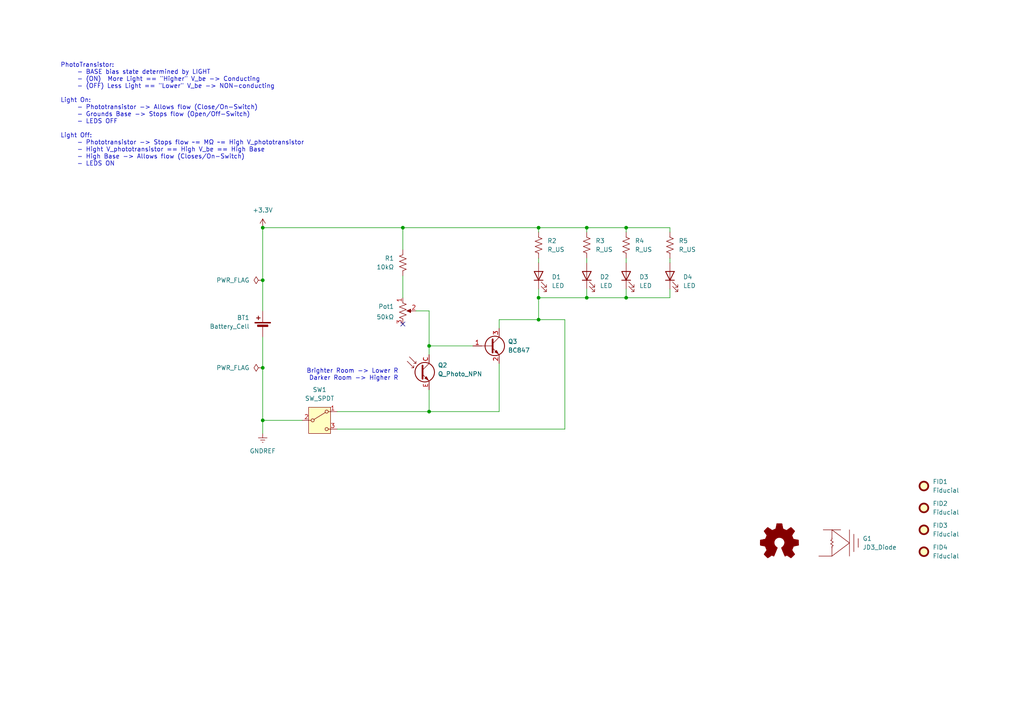
<source format=kicad_sch>
(kicad_sch (version 20250114) (generator "eeschema") (generator_version "9.0")
  (paper "A4")
  (title_block (title "Spartanpods Logo PCB") (date "2025-12-14") (rev "1") (company "Spartanpods"))
  (lib_symbols
    (symbol "!MyLibrary:Battery_Cell" (pin_numbers (hide yes)) (pin_names (offset 0) (hide yes))
      (property "Reference" "BT" (at 2.54 2.54 0))
      (property "Value" "Battery_Cell" (at 2.54 0 0))
      (symbol "Battery_Cell_0_1"
        (rectangle (start -2.286 1.778) (end 2.286 1.524) (fill (type outline)))
        (rectangle (start -1.524 1.016) (end 1.524 0.508) (fill (type outline)))
        (polyline (pts (xy 0 1.778) (xy 0 2.54)))
        (polyline (pts (xy 0 0.762) (xy 0 0)))
        (polyline (pts (xy 0.762 3.048) (xy 1.778 3.048)) (stroke (width 0.254)))
        (polyline (pts (xy 1.27 3.556) (xy 1.27 2.54)) (stroke (width 0.254)))
      )
      (symbol "Battery_Cell_1_1"
        (pin power_out line (at 0 5.08 270) (length 2.54) (name "1") (number "1") (alternate "Pos" power_out line))
        (pin power_out line (at 0 -2.54 90) (length 2.54) (name "2") (number "2") (alternate "Neg" power_out line))
      )
    )
    (symbol "!MyLibrary:JD3_Diode" (pin_numbers (hide yes)) (pin_names (offset 0) (hide yes)) (in_bom no)
      (property "Reference" "G" (at 0 7.62 0))
      (property "Value" "JD3_Diode" (at 0 -7.62 0))
      (symbol "JD3_Diode_0_1"
        (polyline (pts (xy -2.54 3.81) (xy 0 3.81)) (stroke (width 0.1524)))
        (polyline (pts (xy 0 3.81) (xy 2.54 3.81)) (stroke (width 0.1524)))
        (polyline (pts (xy 0 3.81) (xy 5.08 0) (xy 0 -3.81)) (stroke (width 0.1524)))
        (polyline (pts (xy 0 1.27) (xy 0 3.81)) (stroke (width 0.1524)))
        (polyline (pts (xy 0 -1.016) (xy 0 -1.397)) (stroke (width 0.1524)))
        (polyline (pts (xy 0 -1.016) (xy 0.381 -0.762) (xy -0.381 -0.254) (xy 0.381 0.254) (xy -0.381 0.762) (xy 0 1.016) (xy 0 1.397)) (stroke (width 0.1524)))
        (polyline (pts (xy 0 -1.27) (xy 0 -3.81) (xy -3.81 -3.81)) (stroke (width 0.1524)))
        (polyline (pts (xy 5.08 3.81) (xy 5.08 -3.81)) (stroke (width 0.1524)))
        (polyline (pts (xy 6.35 2.54) (xy 6.35 -2.54)) (stroke (width 0.1524)))
        (polyline (pts (xy 7.62 1.27) (xy 7.62 -1.27)) (stroke (width 0.1524)))
      )
    )
    (symbol "!MyLibrary:Q_Photo_NPN" (pin_names (offset 0) (hide yes))
      (property "Reference" "Q" (at 5.08 1.27 0))
      (property "Value" "Q_Photo_NPN" (at 5.08 -1.27 0))
      (symbol "Q_Photo_NPN_0_1"
        (polyline (pts (xy -3.81 3.175) (xy -1.905 1.27) (xy -1.905 1.905)))
        (polyline (pts (xy -3.175 4.445) (xy -1.27 2.54) (xy -1.27 3.175)))
        (polyline (pts (xy -1.905 1.27) (xy -2.54 1.27)))
        (polyline (pts (xy -1.27 2.54) (xy -1.905 2.54)))
        (polyline (pts (xy 0.635 1.905) (xy 0.635 -1.905) (xy 0.635 -1.905)) (stroke (width 0.508)))
        (polyline (pts (xy 0.635 0.635) (xy 2.54 2.54)))
        (polyline (pts (xy 0.635 -0.635) (xy 2.54 -2.54) (xy 2.54 -2.54)))
        (circle (center 1.27 0) (radius 2.8194) (stroke (width 0.254)))
        (polyline (pts (xy 1.27 -1.778) (xy 1.778 -1.27) (xy 2.286 -2.286) (xy 1.27 -1.778) (xy 1.27 -1.778)) (fill (type outline)))
      )
      (symbol "Q_Photo_NPN_1_1"
        (pin passive line (at 2.54 5.08 270) (length 2.54) (name "1") (number "C"))
        (pin passive line (at 2.54 -5.08 90) (length 2.54) (name "2") (number "E"))
      )
    )
    (symbol "Device:LED" (pin_numbers (hide yes)) (pin_names (offset 1.016) (hide yes))
      (property "Reference" "D" (at 0 2.54 0))
      (property "Value" "LED" (at 0 -2.54 0))
      (symbol "LED_0_1"
        (polyline (pts (xy -3.048 -0.762) (xy -4.572 -2.286) (xy -3.81 -2.286) (xy -4.572 -2.286) (xy -4.572 -1.524)))
        (polyline (pts (xy -1.778 -0.762) (xy -3.302 -2.286) (xy -2.54 -2.286) (xy -3.302 -2.286) (xy -3.302 -1.524)))
        (polyline (pts (xy -1.27 0) (xy 1.27 0)))
        (polyline (pts (xy -1.27 -1.27) (xy -1.27 1.27)) (stroke (width 0.254)))
        (polyline (pts (xy 1.27 -1.27) (xy 1.27 1.27) (xy -1.27 0) (xy 1.27 -1.27)) (stroke (width 0.254)))
      )
      (symbol "LED_1_1"
        (pin passive line (at -3.81 0 0) (length 2.54) (name "K") (number "1"))
        (pin passive line (at 3.81 0 180) (length 2.54) (name "A") (number "2"))
      )
    )
    (symbol "Device:R_Potentiometer_US" (pin_names (offset 1.016) (hide yes))
      (property "Reference" "RV" (at -4.445 0 90))
      (property "Value" "R_Potentiometer_US" (at -2.54 0 90))
      (symbol "R_Potentiometer_US_0_1"
        (polyline (pts (xy 0 2.54) (xy 0 2.286)))
        (polyline (pts (xy 0 2.286) (xy 1.016 1.905) (xy 0 1.524) (xy -1.016 1.143) (xy 0 0.762)))
        (polyline (pts (xy 0 0.762) (xy 1.016 0.381) (xy 0 0) (xy -1.016 -0.381) (xy 0 -0.762)))
        (polyline (pts (xy 0 -0.762) (xy 1.016 -1.143) (xy 0 -1.524) (xy -1.016 -1.905) (xy 0 -2.286)))
        (polyline (pts (xy 0 -2.286) (xy 0 -2.54)))
        (polyline (pts (xy 1.143 0) (xy 2.286 0.508) (xy 2.286 -0.508) (xy 1.143 0)) (fill (type outline)))
        (polyline (pts (xy 2.54 0) (xy 1.524 0)))
      )
      (symbol "R_Potentiometer_US_1_1"
        (pin passive line (at 0 3.81 270) (length 1.27) (name "1") (number "1"))
        (pin passive line (at 0 -3.81 90) (length 1.27) (name "3") (number "3"))
        (pin passive line (at 3.81 0 180) (length 1.27) (name "2") (number "2"))
      )
    )
    (symbol "Device:R_US" (pin_numbers (hide yes)) (pin_names (offset 0))
      (property "Reference" "R" (at 2.54 0 90))
      (property "Value" "R_US" (at -2.54 0 90))
      (symbol "R_US_0_1"
        (polyline (pts (xy 0 2.286) (xy 0 2.54)))
        (polyline (pts (xy 0 2.286) (xy 1.016 1.905) (xy 0 1.524) (xy -1.016 1.143) (xy 0 0.762)))
        (polyline (pts (xy 0 0.762) (xy 1.016 0.381) (xy 0 0) (xy -1.016 -0.381) (xy 0 -0.762)))
        (polyline (pts (xy 0 -0.762) (xy 1.016 -1.143) (xy 0 -1.524) (xy -1.016 -1.905) (xy 0 -2.286)))
        (polyline (pts (xy 0 -2.286) (xy 0 -2.54)))
      )
      (symbol "R_US_1_1"
        (pin passive line (at 0 3.81 270) (length 1.27) (name "~") (number "1"))
        (pin passive line (at 0 -3.81 90) (length 1.27) (name "~") (number "2"))
      )
    )
    (symbol "Graphic:Logo_Open_Hardware_Small" (in_bom no) (on_board no)
      (symbol "Logo_Open_Hardware_Small_0_1"
        (polyline (pts (xy 3.3528 -4.3434) (xy 3.302 -4.318) (xy 3.175 -4.2418) (xy 2.9972 -4.1148) (xy 2.7686 -3.9624) (xy 2.54 -3.81) (xy 2.3622 -3.7084) (xy 2.2352 -3.6068) (xy 2.1844 -3.5814) (xy 2.159 -3.6068) (xy 2.0574 -3.6576) (xy 1.905 -3.7338) (xy 1.8034 -3.7846) (xy 1.6764 -3.8354) (xy 1.6002 -3.8354) (xy 1.6002 -3.8354) (xy 1.5494 -3.7338) (xy 1.4732 -3.5306) (xy 1.3462 -3.302) (xy 1.2446 -3.0226) (xy 1.1176 -2.7178) (xy 0.9652 -2.413) (xy 0.8636 -2.1082) (xy 0.7366 -1.8288) (xy 0.6604 -1.6256) (xy 0.6096 -1.4732) (xy 0.5842 -1.397) (xy 0.5842 -1.397) (xy 0.6604 -1.3208) (xy 0.7874 -1.2446) (xy 1.0414 -1.016) (xy 1.2954 -0.6858) (xy 1.4478 -0.3302) (xy 1.524 0.0762) (xy 1.4732 0.4572) (xy 1.3208 0.8128) (xy 1.0668 1.143) (xy 0.762 1.3716) (xy 0.4064 1.524) (xy 0 1.5748) (xy -0.381 1.5494) (xy -0.7366 1.397) (xy -1.0668 1.143) (xy -1.2192 0.9906) (xy -1.397 0.6604) (xy -1.524 0.3048) (xy -1.524 0.2286) (xy -1.4986 -0.1778) (xy -1.397 -0.5334) (xy -1.1938 -0.8636) (xy -0.9144 -1.143) (xy -0.8636 -1.1684) (xy -0.7366 -1.27) (xy -0.635 -1.3462) (xy -0.5842 -1.397) (xy -1.0668 -2.5908) (xy -1.143 -2.794) (xy -1.2954 -3.1242) (xy -1.397 -3.4036) (xy -1.4986 -3.6322) (xy -1.5748 -3.7846) (xy -1.6002 -3.8354) (xy -1.6002 -3.8354) (xy -1.651 -3.8354) (xy -1.7272 -3.81) (xy -1.905 -3.7338) (xy -2.0066 -3.683) (xy -2.1336 -3.6068) (xy -2.2098 -3.5814) (xy -2.2606 -3.6068) (xy -2.3622 -3.683) (xy -2.54 -3.81) (xy -2.7686 -3.9624) (xy -2.9718 -4.0894) (xy -3.1496 -4.2164) (xy -3.302 -4.318) (xy -3.3528 -4.3434) (xy -3.3782 -4.3434) (xy -3.429 -4.318) (xy -3.5306 -4.2164) (xy -3.7084 -4.064) (xy -3.937 -3.8354) (xy -3.9624 -3.81) (xy -4.1656 -3.6068) (xy -4.318 -3.4544) (xy -4.4196 -3.3274) (xy -4.445 -3.2766) (xy -4.445 -3.2766) (xy -4.4196 -3.2258) (xy -4.318 -3.0734) (xy -4.2164 -2.8956) (xy -4.064 -2.667) (xy -3.6576 -2.0828) (xy -3.8862 -1.5494) (xy -3.937 -1.3716) (xy -4.0386 -1.1684) (xy -4.0894 -1.0414) (xy -4.1148 -0.9652) (xy -4.191 -0.9398) (xy -4.318 -0.9144) (xy -4.5466 -0.8636) (xy -4.8006 -0.8128) (xy -5.0546 -0.7874) (xy -5.2578 -0.7366) (xy -5.4356 -0.7112) (xy -5.5118 -0.6858) (xy -5.5118 -0.6858) (xy -5.5372 -0.635) (xy -5.5372 -0.5588) (xy -5.5372 -0.4318) (xy -5.5626 -0.2286) (xy -5.5626 0.0762) (xy -5.5626 0.127) (xy -5.5372 0.4064) (xy -5.5372 0.635) (xy -5.5372 0.762) (xy -5.5372 0.8382) (xy -5.5372 0.8382) (xy -5.461 0.8382) (xy -5.3086 0.889) (xy -5.08 0.9144) (xy -4.826 0.9652) (xy -4.8006 0.9906) (xy -4.5466 1.0414) (xy -4.318 1.0668) (xy -4.1656 1.1176) (xy -4.0894 1.143) (xy -4.0894 1.143) (xy -4.0386 1.2446) (xy -3.9624 1.4224) (xy -3.8608 1.6256) (xy -3.7846 1.8288) (xy -3.7084 2.0066) (xy -3.6576 2.159) (xy -3.6322 2.2098) (xy -3.6322 2.2098) (xy -3.683 2.286) (xy -3.7592 2.413) (xy -3.8862 2.5908) (xy -4.064 2.8194) (xy -4.064 2.8448) (xy -4.2164 3.0734) (xy -4.3434 3.2512) (xy -4.4196 3.3782) (xy -4.445 3.4544) (xy -4.445 3.4544) (xy -4.3942 3.5052) (xy -4.2926 3.6322) (xy -4.1148 3.81) (xy -3.937 4.0132) (xy -3.8608 4.064) (xy -3.6576 4.2926) (xy -3.5052 4.4196) (xy -3.4036 4.4958) (xy -3.3528 4.5212) (xy -3.3528 4.5212) (xy -3.302 4.4704) (xy -3.1496 4.3688) (xy -2.9718 4.2418) (xy -2.7432 4.0894) (xy -2.7178 4.0894) (xy -2.4892 3.937) (xy -2.3114 3.81) (xy -2.1844 3.7084) (xy -2.1336 3.683) (xy -2.1082 3.683) (xy -2.032 3.7084) (xy -1.8542 3.7592) (xy -1.6764 3.8354) (xy -1.4732 3.937) (xy -1.27 4.0132) (xy -1.143 4.064) (xy -1.0668 4.1148) (xy -1.0668 4.1148) (xy -1.0414 4.191) (xy -1.016 4.3434) (xy -0.9652 4.572) (xy -0.9144 4.8514) (xy -0.889 4.9022) (xy -0.8382 5.1562) (xy -0.8128 5.3848) (xy -0.7874 5.5372) (xy -0.762 5.588) (xy -0.7112 5.6134) (xy -0.5842 5.6134) (xy -0.4064 5.6134) (xy -0.1524 5.6134) (xy 0.0762 5.6134) (xy 0.3302 5.6134) (xy 0.5334 5.6134) (xy 0.6858 5.588) (xy 0.7366 5.588) (xy 0.7366 5.588) (xy 0.762 5.5118) (xy 0.8128 5.334) (xy 0.8382 5.1054) (xy 0.9144 4.826) (xy 0.9144 4.7752) (xy 0.9652 4.5212) (xy 1.016 4.2926) (xy 1.0414 4.1402) (xy 1.0668 4.0894) (xy 1.0668 4.0894) (xy 1.1938 4.0386) (xy 1.3716 3.9624) (xy 1.5748 3.8608) (xy 2.0828 3.6576) (xy 2.7178 4.0894) (xy 2.7686 4.1402) (xy 2.9972 4.2926) (xy 3.175 4.4196) (xy 3.302 4.4958) (xy 3.3782 4.5212) (xy 3.3782 4.5212) (xy 3.429 4.4704) (xy 3.556 4.3434) (xy 3.7338 4.191) (xy 3.9116 3.9878) (xy 4.064 3.8354) (xy 4.2418 3.6576) (xy 4.3434 3.556) (xy 4.4196 3.4798) (xy 4.4196 3.429) (xy 4.4196 3.4036) (xy 4.3942 3.3274) (xy 4.2926 3.2004) (xy 4.1656 2.9972) (xy 4.0132 2.794) (xy 3.8862 2.5908) (xy 3.7592 2.3876) (xy 3.6576 2.2352) (xy 3.6322 2.159) (xy 3.6322 2.1336) (xy 3.683 2.0066) (xy 3.7592 1.8288) (xy 3.8608 1.6002) (xy 4.064 1.1176) (xy 4.3942 1.0414) (xy 4.5974 1.016) (xy 4.8768 0.9652) (xy 5.1308 0.9144) (xy 5.5372 0.8382) (xy 5.5626 -0.6604) (xy 5.4864 -0.6858) (xy 5.4356 -0.6858) (xy 5.2832 -0.7366) (xy 5.0546 -0.762) (xy 4.8006 -0.8128) (xy 4.5974 -0.8636) (xy 4.3688 -0.9144) (xy 4.2164 -0.9398) (xy 4.1402 -0.9398) (xy 4.1148 -0.9652) (xy 4.064 -1.0668) (xy 3.9878 -1.2446) (xy 3.9116 -1.4478) (xy 3.81 -1.651) (xy 3.7338 -1.8542) (xy 3.683 -2.0066) (xy 3.6576 -2.0828) (xy 3.683 -2.1336) (xy 3.7846 -2.2606) (xy 3.8862 -2.4638) (xy 4.0386 -2.667) (xy 4.191 -2.8956) (xy 4.318 -3.0734) (xy 4.3942 -3.2004) (xy 4.445 -3.2766) (xy 4.4196 -3.3274) (xy 4.3434 -3.429) (xy 4.1656 -3.5814) (xy 3.937 -3.8354) (xy 3.8862 -3.8608) (xy 3.683 -4.064) (xy 3.5306 -4.2164) (xy 3.4036 -4.318) (xy 3.3528 -4.3434)) (fill (type outline)))
      )
    )
    (symbol "Mechanical:Fiducial" (in_bom no)
      (property "Reference" "FID" (at 0 5.08 0))
      (property "Value" "Fiducial" (at 0 3.175 0))
      (symbol "Fiducial_0_1"
        (circle (center 0 0) (radius 1.27) (stroke (width 0.508)) (fill (type background)))
      )
    )
    (symbol "Switch:SW_SPDT" (pin_names (offset 0) (hide yes))
      (property "Reference" "SW" (at 0 5.08 0))
      (property "Value" "SW_SPDT" (at 0 -5.08 0))
      (symbol "SW_SPDT_0_1"
        (circle (center -2.032 0) (radius 0.4572))
        (polyline (pts (xy -1.651 0.254) (xy 1.651 2.286)))
        (circle (center 2.032 2.54) (radius 0.4572))
        (circle (center 2.032 -2.54) (radius 0.4572))
      )
      (symbol "SW_SPDT_1_1"
        (rectangle (start -3.175 3.81) (end 3.175 -3.81) (fill (type background)))
        (pin passive line (at -5.08 0 0) (length 2.54) (name "B") (number "2"))
        (pin passive line (at 5.08 2.54 180) (length 2.54) (name "A") (number "1"))
        (pin passive line (at 5.08 -2.54 180) (length 2.54) (name "C") (number "3"))
      )
    )
    (symbol "Transistor_BJT:BC847" (pin_names (offset 0) (hide yes))
      (property "Reference" "Q" (at 5.08 1.905 0))
      (property "Value" "BC847" (at 5.08 0 0))
      (symbol "BC847_0_1"
        (polyline (pts (xy -2.54 0) (xy 0.635 0)))
        (polyline (pts (xy 0.635 1.905) (xy 0.635 -1.905)) (stroke (width 0.508)))
        (circle (center 1.27 0) (radius 2.8194) (stroke (width 0.254)))
      )
      (symbol "BC847_1_1"
        (polyline (pts (xy 0.635 0.635) (xy 2.54 2.54)))
        (polyline (pts (xy 0.635 -0.635) (xy 2.54 -2.54)))
        (polyline (pts (xy 1.27 -1.778) (xy 1.778 -1.27) (xy 2.286 -2.286) (xy 1.27 -1.778)) (fill (type outline)))
        (pin input line (at -5.08 0 0) (length 2.54) (name "B") (number "1"))
        (pin passive line (at 2.54 5.08 270) (length 2.54) (name "C") (number "3"))
        (pin passive line (at 2.54 -5.08 90) (length 2.54) (name "E") (number "2"))
      )
    )
    (symbol "power:+3.3V" (power) (pin_numbers (hide yes)) (pin_names (offset 0) (hide yes))
      (property "Value" "+3.3V" (at 0 3.556 0))
      (symbol "+3.3V_0_1"
        (polyline (pts (xy -0.762 1.27) (xy 0 2.54)))
        (polyline (pts (xy 0 2.54) (xy 0.762 1.27)))
        (polyline (pts (xy 0 0) (xy 0 2.54)))
      )
      (symbol "+3.3V_1_1"
        (pin power_in line (at 0 0 90) (length 0) (name "~") (number "1"))
      )
    )
    (symbol "power:GNDREF" (power) (pin_numbers (hide yes)) (pin_names (offset 0) (hide yes))
      (property "Value" "GNDREF" (at 0 -3.81 0))
      (symbol "GNDREF_0_1"
        (polyline (pts (xy -0.635 -1.905) (xy 0.635 -1.905)))
        (polyline (pts (xy -0.127 -2.54) (xy 0.127 -2.54)))
        (polyline (pts (xy 0 -1.27) (xy 0 0)))
        (polyline (pts (xy 1.27 -1.27) (xy -1.27 -1.27)))
      )
      (symbol "GNDREF_1_1"
        (pin power_in line (at 0 0 270) (length 0) (name "~") (number "1"))
      )
    )
    (symbol "power:PWR_FLAG" (power) (pin_numbers (hide yes)) (pin_names (offset 0) (hide yes))
      (property "Value" "PWR_FLAG" (at 0 3.81 0))
      (symbol "PWR_FLAG_0_0"
        (pin power_out line (at 0 0 90) (length 0) (name "~") (number "1"))
      )
      (symbol "PWR_FLAG_0_1"
        (polyline (pts (xy 0 0) (xy 0 1.27) (xy -1.016 1.905) (xy 0 2.54) (xy 1.016 1.905) (xy 0 1.27)))
      )
    )
  )
  (text "Brighter Room -> Lower R\nDarker Room -> Higher R" (at 115.57 108.712 0) (effects (font (size 1.27 1.27)) (justify right)))
  (text "PhotoTransistor:\n	- BASE bias state determined by LIGHT\n	- (ON)  More Light == \"Higher\" V_be -> Conducting\n	- (OFF) Less Light == \"Lower\" V_be -> NON-conducting\n\nLight On:\n	- Phototransistor -> Allows flow (Close/On-Switch)\n	- Grounds Base -> Stops flow (Open/Off-Switch)\n	- LEDS OFF\n\nLight Off:\n	- Phototransistor -> Stops flow ~= MΩ ~= High V_phototransistor\n	- Hight V_phototransistor == High V_be == High Base\n	- High Base -> Allows flow (Closes/On-Switch)\n	- LEDS ON" (at 17.526 33.274 0) (effects (font (size 1.27 1.27)) (justify left)))
  (junction (at 76.2 106.68))
  (junction (at 181.61 86.36))
  (junction (at 156.21 66.04))
  (junction (at 76.2 66.04))
  (junction (at 156.21 92.71))
  (junction (at 76.2 121.92))
  (junction (at 156.21 86.36))
  (junction (at 170.18 86.36))
  (junction (at 116.84 66.04))
  (junction (at 181.61 66.04))
  (junction (at 76.2 81.28))
  (junction (at 124.46 100.33))
  (junction (at 124.46 119.38))
  (junction (at 170.18 66.04))
  (no_connect (at 116.84 93.98))
  (wire (pts (xy 144.78 92.71) (xy 144.78 95.25)))
  (wire (pts (xy 156.21 76.2) (xy 156.21 74.93)))
  (wire (pts (xy 156.21 86.36) (xy 170.18 86.36)))
  (wire (pts (xy 124.46 119.38) (xy 144.78 119.38)))
  (wire (pts (xy 163.83 92.71) (xy 163.83 124.46)))
  (wire (pts (xy 194.31 67.31) (xy 194.31 66.04)))
  (wire (pts (xy 194.31 76.2) (xy 194.31 74.93)))
  (wire (pts (xy 181.61 66.04) (xy 170.18 66.04)))
  (wire (pts (xy 76.2 121.92) (xy 87.63 121.92)))
  (wire (pts (xy 194.31 83.82) (xy 194.31 86.36)))
  (wire (pts (xy 181.61 83.82) (xy 181.61 86.36)))
  (wire (pts (xy 124.46 100.33) (xy 124.46 102.87)))
  (wire (pts (xy 156.21 83.82) (xy 156.21 86.36)))
  (wire (pts (xy 97.79 124.46) (xy 163.83 124.46)))
  (wire (pts (xy 116.84 66.04) (xy 116.84 72.39)))
  (wire (pts (xy 76.2 81.28) (xy 76.2 66.04)))
  (wire (pts (xy 144.78 119.38) (xy 144.78 105.41)))
  (wire (pts (xy 120.65 90.17) (xy 124.46 90.17)))
  (wire (pts (xy 156.21 92.71) (xy 163.83 92.71)))
  (wire (pts (xy 76.2 66.04) (xy 116.84 66.04)))
  (wire (pts (xy 194.31 66.04) (xy 181.61 66.04)))
  (wire (pts (xy 194.31 86.36) (xy 181.61 86.36)))
  (wire (pts (xy 170.18 66.04) (xy 170.18 67.31)))
  (wire (pts (xy 124.46 113.03) (xy 124.46 119.38)))
  (wire (pts (xy 170.18 86.36) (xy 170.18 83.82)))
  (wire (pts (xy 156.21 92.71) (xy 144.78 92.71)))
  (wire (pts (xy 156.21 86.36) (xy 156.21 92.71)))
  (wire (pts (xy 170.18 76.2) (xy 170.18 74.93)))
  (wire (pts (xy 116.84 66.04) (xy 156.21 66.04)))
  (wire (pts (xy 181.61 86.36) (xy 170.18 86.36)))
  (wire (pts (xy 76.2 90.17) (xy 76.2 81.28)))
  (wire (pts (xy 156.21 67.31) (xy 156.21 66.04)))
  (wire (pts (xy 76.2 106.68) (xy 76.2 121.92)))
  (wire (pts (xy 124.46 100.33) (xy 137.16 100.33)))
  (wire (pts (xy 76.2 121.92) (xy 76.2 125.73)))
  (wire (pts (xy 170.18 66.04) (xy 156.21 66.04)))
  (wire (pts (xy 181.61 66.04) (xy 181.61 67.31)))
  (wire (pts (xy 124.46 90.17) (xy 124.46 100.33)))
  (wire (pts (xy 181.61 76.2) (xy 181.61 74.93)))
  (wire (pts (xy 116.84 80.01) (xy 116.84 86.36)))
  (wire (pts (xy 97.79 119.38) (xy 124.46 119.38)))
  (wire (pts (xy 76.2 97.79) (xy 76.2 106.68)))
  (symbol (lib_id "Mechanical:Fiducial") (at 267.97 140.97 0) (unit 1) (in_bom no)
    (property "Reference" "FID1" (at 270.51 139.6999 0) (effects (justify left)))
    (property "Value" "Fiducial" (at 270.51 142.2399 0) (effects (justify left)))
    (property "Footprint" "Fiducial:Fiducial_0.75mm_Mask2.25mm" (effects (hide yes)))
    (property "Description" "Fiducial Marker" (effects (hide yes)))
  )
  (symbol (lib_id "power:PWR_FLAG") (at 76.2 81.28 90) (unit 1)
    (property "Reference" "#FLG01" (effects (hide yes)))
    (property "Value" "PWR_FLAG" (at 72.39 81.2799 90) (effects (justify left)))
    (property "Description" "Special symbol for telling ERC where power comes from" (effects (hide yes)))
  )
  (symbol (lib_id "Device:LED") (at 194.31 80.01 90) (unit 1)
    (property "Reference" "D4" (at 198.12 80.3274 90) (effects (justify right)))
    (property "Value" "LED" (at 198.12 82.8674 90) (effects (justify right)))
    (property "Footprint" "!MyFootprints:LED - MyPLCC2 (RoundMask_LED Side)" (effects (hide yes)))
    (property "Description" "Light emitting diode" (effects (hide yes)))
    (property "Sim.Pins" "1=K 2=A" (effects (hide yes)))
  )
  (symbol (lib_id "Device:R_US") (at 194.31 71.12 0) (unit 1)
    (property "Reference" "R5" (at 196.85 69.8499 0) (effects (justify left)))
    (property "Value" "R_US" (at 196.85 72.3899 0) (effects (justify left)))
    (property "Footprint" "Capacitor_SMD:C_0805_2012Metric_Pad1.18x1.45mm_HandSolder" (effects (hide yes)))
    (property "Description" "Resistor, US symbol" (effects (hide yes)))
  )
  (symbol (lib_id "Device:R_US") (at 156.21 71.12 0) (unit 1)
    (property "Reference" "R2" (at 158.75 69.8499 0) (effects (justify left)))
    (property "Value" "R_US" (at 158.75 72.3899 0) (effects (justify left)))
    (property "Footprint" "Capacitor_SMD:C_0805_2012Metric_Pad1.18x1.45mm_HandSolder" (effects (hide yes)))
    (property "Description" "Resistor, US symbol" (effects (hide yes)))
  )
  (symbol (lib_id "power:+3.3V") (at 76.2 66.04 0) (unit 1)
    (property "Reference" "#PWR02" (effects (hide yes)))
    (property "Value" "+3.3V" (at 76.2 60.96 0))
    (property "Description" "Power symbol creates a global label with name \"+3.3V\"" (effects (hide yes)))
  )
  (symbol (lib_id "Device:LED") (at 181.61 80.01 90) (unit 1)
    (property "Reference" "D3" (at 185.42 80.3274 90) (effects (justify right)))
    (property "Value" "LED" (at 185.42 82.8674 90) (effects (justify right)))
    (property "Footprint" "!MyFootprints:LED - MyPLCC2 (RoundMask_LED Side)" (effects (hide yes)))
    (property "Description" "Light emitting diode" (effects (hide yes)))
    (property "Sim.Pins" "1=K 2=A" (effects (hide yes)))
  )
  (symbol (lib_id "Graphic:Logo_Open_Hardware_Small") (at 226.06 157.48 0) (unit 1)
    (property "Reference" "G2" (effects (hide yes)))
    (property "Value" "Logo_Open_Hardware_Small" (effects (hide yes)))
    (property "Footprint" "Spartanpods:Combined" (effects (hide yes)))
    (property "Description" "Open Hardware logo, small" (effects (hide yes)))
    (property "Sim.Enable" "0" (effects (hide yes)))
  )
  (symbol (lib_id "Device:R_US") (at 170.18 71.12 0) (unit 1)
    (property "Reference" "R3" (at 172.72 69.8499 0) (effects (justify left)))
    (property "Value" "R_US" (at 172.72 72.3899 0) (effects (justify left)))
    (property "Footprint" "Capacitor_SMD:C_0805_2012Metric_Pad1.18x1.45mm_HandSolder" (effects (hide yes)))
    (property "Description" "Resistor, US symbol" (effects (hide yes)))
  )
  (symbol (lib_id "Device:LED") (at 170.18 80.01 90) (unit 1)
    (property "Reference" "D2" (at 173.99 80.3274 90) (effects (justify right)))
    (property "Value" "LED" (at 173.99 82.8674 90) (effects (justify right)))
    (property "Footprint" "!MyFootprints:LED - MyPLCC2 (RoundMask_LED Side)" (effects (hide yes)))
    (property "Description" "Light emitting diode" (effects (hide yes)))
    (property "Sim.Pins" "1=K 2=A" (effects (hide yes)))
  )
  (symbol (lib_id "Device:LED") (at 156.21 80.01 90) (unit 1)
    (property "Reference" "D1" (at 160.02 80.3274 90) (effects (justify right)))
    (property "Value" "LED" (at 160.02 82.8674 90) (effects (justify right)))
    (property "Footprint" "!MyFootprints:LED - MyPLCC2 (RoundMask_LED Side)" (effects (hide yes)))
    (property "Description" "Light emitting diode" (effects (hide yes)))
    (property "Sim.Pins" "1=K 2=A" (effects (hide yes)))
  )
  (symbol (lib_id "Device:R_Potentiometer_US") (at 116.84 90.17 0) (unit 1)
    (property "Reference" "Pot1" (at 114.3 88.8999 0) (effects (justify right)))
    (property "Value" "50kΩ" (at 114.3 91.948 0) (effects (justify right)))
    (property "Footprint" "Potentiometer_SMD:Potentiometer_Bourns_TC33X_Vertical" (effects (hide yes)))
    (property "Description" "Potentiometer, US symbol" (effects (hide yes)))
  )
  (symbol (lib_id "Mechanical:Fiducial") (at 267.97 153.67 0) (unit 1) (in_bom no)
    (property "Reference" "FID3" (at 270.51 152.3999 0) (effects (justify left)))
    (property "Value" "Fiducial" (at 270.51 154.9399 0) (effects (justify left)))
    (property "Footprint" "Fiducial:Fiducial_0.75mm_Mask2.25mm" (effects (hide yes)))
    (property "Description" "Fiducial Marker" (effects (hide yes)))
  )
  (symbol (lib_id "Mechanical:Fiducial") (at 267.97 160.02 0) (unit 1) (in_bom no)
    (property "Reference" "FID4" (at 270.51 158.7499 0) (effects (justify left)))
    (property "Value" "Fiducial" (at 270.51 161.2899 0) (effects (justify left)))
    (property "Footprint" "Fiducial:Fiducial_0.75mm_Mask2.25mm" (effects (hide yes)))
    (property "Description" "Fiducial Marker" (effects (hide yes)))
  )
  (symbol (lib_id "power:GNDREF") (at 76.2 125.73 0) (unit 1)
    (property "Reference" "#PWR01" (effects (hide yes)))
    (property "Value" "GNDREF" (at 76.2 130.81 0))
    (property "Description" "Power symbol creates a global label with name \"GNDREF\" , reference supply ground" (effects (hide yes)))
  )
  (symbol (lib_id "Transistor_BJT:BC847") (at 142.24 100.33 0) (unit 1)
    (property "Reference" "Q3" (at 147.32 99.0599 0) (effects (justify left)))
    (property "Value" "BC847" (at 147.32 101.5999 0) (effects (justify left)))
    (property "Footprint" "Package_TO_SOT_SMD:SOT-23" (effects (hide yes)))
    (property "Datasheet" "http://www.infineon.com/dgdl/Infineon-BC847SERIES_BC848SERIES_BC849SERIES_BC850SERIES-DS-v01_01-en.pdf?fileId=db3a304314dca389011541d4630a1657" (effects (hide yes)))
    (property "Description" "0.1A Ic, 45V Vce, NPN Transistor, SOT-23" (effects (hide yes)))
  )
  (symbol (lib_id "Switch:SW_SPDT") (at 92.71 121.92 0) (unit 1)
    (property "Reference" "SW1" (at 92.71 113.03 0))
    (property "Value" "SW_SPDT" (at 92.71 115.57 0))
    (property "Footprint" "ECE492_Footprints:SW_JS102011SAQN" (effects (hide yes)))
    (property "Description" "Switch, single pole double throw" (effects (hide yes)))
  )
  (symbol (lib_id "Mechanical:Fiducial") (at 267.97 147.32 0) (unit 1) (in_bom no)
    (property "Reference" "FID2" (at 270.51 146.0499 0) (effects (justify left)))
    (property "Value" "Fiducial" (at 270.51 148.5899 0) (effects (justify left)))
    (property "Footprint" "Fiducial:Fiducial_0.75mm_Mask2.25mm" (effects (hide yes)))
    (property "Description" "Fiducial Marker" (effects (hide yes)))
  )
  (symbol (lib_id "Device:R_US") (at 181.61 71.12 0) (unit 1)
    (property "Reference" "R4" (at 184.15 69.8499 0) (effects (justify left)))
    (property "Value" "R_US" (at 184.15 72.3899 0) (effects (justify left)))
    (property "Footprint" "Capacitor_SMD:C_0805_2012Metric_Pad1.18x1.45mm_HandSolder" (effects (hide yes)))
    (property "Description" "Resistor, US symbol" (effects (hide yes)))
  )
  (symbol (lib_id "Device:R_US") (at 116.84 76.2 0) (mirror x) (unit 1)
    (property "Reference" "R1" (at 114.3 74.9299 0) (effects (justify right)))
    (property "Value" "10kΩ" (at 114.3 77.4699 0) (effects (justify right)))
    (property "Footprint" "Capacitor_SMD:C_0603_1608Metric_Pad1.08x0.95mm_HandSolder" (effects (hide yes)))
    (property "Description" "Resistor, US symbol" (effects (hide yes)))
  )
  (symbol (lib_id "!MyLibrary:Battery_Cell") (at 76.2 95.25 0) (mirror y) (unit 1)
    (property "Reference" "BT1" (at 72.39 92.1384 0) (effects (justify left)))
    (property "Value" "Battery_Cell" (at 72.39 94.6784 0) (effects (justify left)))
    (property "Footprint" "!MyFootprints:CR2032-Holder" (effects (hide yes)))
    (property "Description" "Single-cell battery" (effects (hide yes)))
    (property "Sim.Device" "V" (effects (hide yes)))
    (property "Sim.Type" "DC" (effects (hide yes)))
    (property "Sim.Pins" "1=+ 2=-" (effects (hide yes)))
    (property "Sim.Params" "dc=3" (effects (hide yes)))
    (pin "2" (alternate "Neg"))
    (pin "1" (alternate "Pos"))
  )
  (symbol (lib_id "!MyLibrary:JD3_Diode") (at 241.3 157.48 0) (unit 1) (in_bom no)
    (property "Reference" "G1" (at 250.19 156.2099 0) (effects (justify left)))
    (property "Value" "JD3_Diode" (at 250.19 158.7499 0) (effects (justify left)))
    (property "Footprint" "!MyFootprints:JD3_Diode" (effects (hide yes)))
    (property "Description" "Professional Logo - Diode" (effects (hide yes)))
  )
  (symbol (lib_id "!MyLibrary:Q_Photo_NPN") (at 121.92 107.95 0) (unit 1)
    (property "Reference" "Q2" (at 127 105.9306 0) (effects (justify left)))
    (property "Value" "Q_Photo_NPN" (at 127 108.4706 0) (effects (justify left)))
    (property "Footprint" "!MyFootprints:PhotoTrans_PT12-21C_TR8 (Flipped)" (effects (hide yes)))
    (property "Description" "NPN phototransistor, collector/emitter" (effects (hide yes)))
  )
  (symbol (lib_id "power:PWR_FLAG") (at 76.2 106.68 90) (unit 1)
    (property "Reference" "#FLG02" (effects (hide yes)))
    (property "Value" "PWR_FLAG" (at 72.39 106.6799 90) (effects (justify left)))
    (property "Description" "Special symbol for telling ERC where power comes from" (effects (hide yes)))
  )
)
</source>
